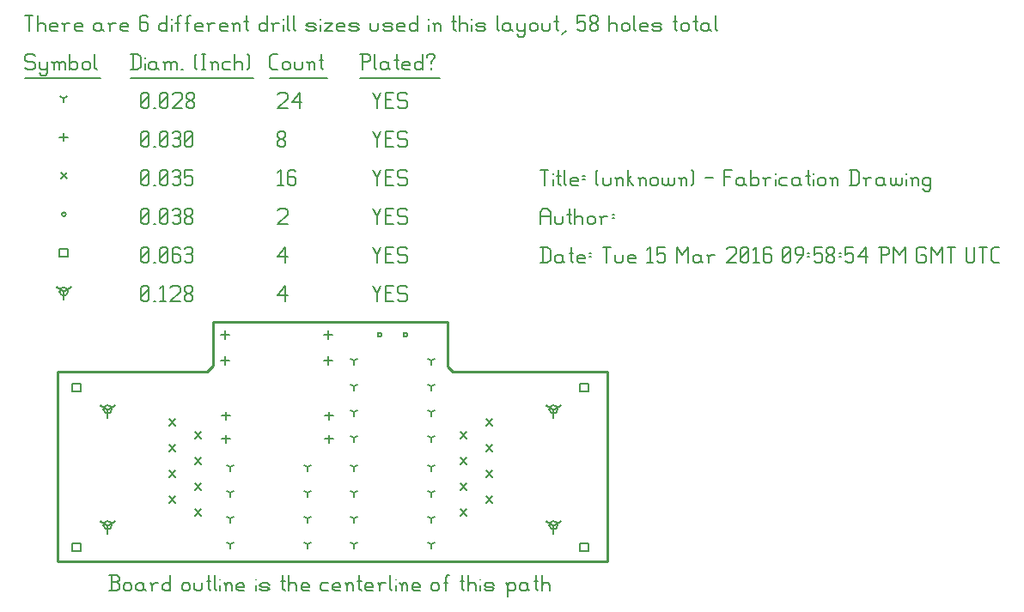
<source format=gbr>
G04 start of page 12 for group -3984 idx -3984 *
G04 Title: (unknown), fab *
G04 Creator: pcb 20140316 *
G04 CreationDate: Tue 15 Mar 2016 09:58:54 PM GMT UTC *
G04 For: commonadmin *
G04 Format: Gerber/RS-274X *
G04 PCB-Dimensions (mil): 2380.00 955.00 *
G04 PCB-Coordinate-Origin: lower left *
%MOIN*%
%FSLAX25Y25*%
%LNFAB*%
%ADD73C,0.0100*%
%ADD72C,0.0075*%
%ADD71C,0.0060*%
%ADD70C,0.0001*%
%ADD69R,0.0080X0.0080*%
G54D69*X31992Y60965D02*Y57765D01*
G54D70*G36*
X31446Y61111D02*X34912Y63111D01*
X35312Y62418D01*
X31846Y60418D01*
X31446Y61111D01*
G37*
G36*
X32139Y60418D02*X28672Y62418D01*
X29072Y63111D01*
X32538Y61111D01*
X32139Y60418D01*
G37*
G54D69*X30392Y60965D02*G75*G03X33592Y60965I1600J0D01*G01*
G75*G03X30392Y60965I-1600J0D01*G01*
X31992Y15965D02*Y12765D01*
G54D70*G36*
X31446Y16111D02*X34912Y18111D01*
X35312Y17418D01*
X31846Y15418D01*
X31446Y16111D01*
G37*
G36*
X32139Y15418D02*X28672Y17418D01*
X29072Y18111D01*
X32538Y16111D01*
X32139Y15418D01*
G37*
G54D69*X30392Y15965D02*G75*G03X33592Y15965I1600J0D01*G01*
G75*G03X30392Y15965I-1600J0D01*G01*
X204992Y60965D02*Y57765D01*
G54D70*G36*
X204446Y61111D02*X207912Y63111D01*
X208312Y62418D01*
X204846Y60418D01*
X204446Y61111D01*
G37*
G36*
X205139Y60418D02*X201672Y62418D01*
X202072Y63111D01*
X205538Y61111D01*
X205139Y60418D01*
G37*
G54D69*X203392Y60965D02*G75*G03X206592Y60965I1600J0D01*G01*
G75*G03X203392Y60965I-1600J0D01*G01*
X204992Y15965D02*Y12765D01*
G54D70*G36*
X204446Y16111D02*X207912Y18111D01*
X208312Y17418D01*
X204846Y15418D01*
X204446Y16111D01*
G37*
G36*
X205139Y15418D02*X201672Y17418D01*
X202072Y18111D01*
X205538Y16111D01*
X205139Y15418D01*
G37*
G54D69*X203392Y15965D02*G75*G03X206592Y15965I1600J0D01*G01*
G75*G03X203392Y15965I-1600J0D01*G01*
X15000Y106750D02*Y103550D01*
G54D70*G36*
X14454Y106897D02*X17920Y108896D01*
X18320Y108203D01*
X14853Y106204D01*
X14454Y106897D01*
G37*
G36*
X15147Y106204D02*X11680Y108203D01*
X12080Y108896D01*
X15546Y106897D01*
X15147Y106204D01*
G37*
G54D69*X13400Y106750D02*G75*G03X16600Y106750I1600J0D01*G01*
G75*G03X13400Y106750I-1600J0D01*G01*
G54D71*X135000Y109000D02*X136500Y106000D01*
X138000Y109000D01*
X136500Y106000D02*Y103000D01*
X139800Y106300D02*X142050D01*
X139800Y103000D02*X142800D01*
X139800Y109000D02*Y103000D01*
Y109000D02*X142800D01*
X147600D02*X148350Y108250D01*
X145350Y109000D02*X147600D01*
X144600Y108250D02*X145350Y109000D01*
X144600Y108250D02*Y106750D01*
X145350Y106000D01*
X147600D01*
X148350Y105250D01*
Y103750D01*
X147600Y103000D02*X148350Y103750D01*
X145350Y103000D02*X147600D01*
X144600Y103750D02*X145350Y103000D01*
X98000Y105250D02*X101000Y109000D01*
X98000Y105250D02*X101750D01*
X101000Y109000D02*Y103000D01*
X45000Y103750D02*X45750Y103000D01*
X45000Y108250D02*Y103750D01*
Y108250D02*X45750Y109000D01*
X47250D01*
X48000Y108250D01*
Y103750D01*
X47250Y103000D02*X48000Y103750D01*
X45750Y103000D02*X47250D01*
X45000Y104500D02*X48000Y107500D01*
X49800Y103000D02*X50550D01*
X52350Y107800D02*X53550Y109000D01*
Y103000D01*
X52350D02*X54600D01*
X56400Y108250D02*X57150Y109000D01*
X59400D01*
X60150Y108250D01*
Y106750D01*
X56400Y103000D02*X60150Y106750D01*
X56400Y103000D02*X60150D01*
X61950Y103750D02*X62700Y103000D01*
X61950Y104950D02*Y103750D01*
Y104950D02*X63000Y106000D01*
X63900D01*
X64950Y104950D01*
Y103750D01*
X64200Y103000D02*X64950Y103750D01*
X62700Y103000D02*X64200D01*
X61950Y107050D02*X63000Y106000D01*
X61950Y108250D02*Y107050D01*
Y108250D02*X62700Y109000D01*
X64200D01*
X64950Y108250D01*
Y107050D01*
X63900Y106000D02*X64950Y107050D01*
X18384Y71108D02*X21584D01*
X18384D02*Y67908D01*
X21584D01*
Y71108D02*Y67908D01*
X18384Y9100D02*X21584D01*
X18384D02*Y5900D01*
X21584D01*
Y9100D02*Y5900D01*
X215400Y71108D02*X218600D01*
X215400D02*Y67908D01*
X218600D01*
Y71108D02*Y67908D01*
X215400Y9100D02*X218600D01*
X215400D02*Y5900D01*
X218600D01*
Y9100D02*Y5900D01*
X13400Y123350D02*X16600D01*
X13400D02*Y120150D01*
X16600D01*
Y123350D02*Y120150D01*
X135000Y124000D02*X136500Y121000D01*
X138000Y124000D01*
X136500Y121000D02*Y118000D01*
X139800Y121300D02*X142050D01*
X139800Y118000D02*X142800D01*
X139800Y124000D02*Y118000D01*
Y124000D02*X142800D01*
X147600D02*X148350Y123250D01*
X145350Y124000D02*X147600D01*
X144600Y123250D02*X145350Y124000D01*
X144600Y123250D02*Y121750D01*
X145350Y121000D01*
X147600D01*
X148350Y120250D01*
Y118750D01*
X147600Y118000D02*X148350Y118750D01*
X145350Y118000D02*X147600D01*
X144600Y118750D02*X145350Y118000D01*
X98000Y120250D02*X101000Y124000D01*
X98000Y120250D02*X101750D01*
X101000Y124000D02*Y118000D01*
X45000Y118750D02*X45750Y118000D01*
X45000Y123250D02*Y118750D01*
Y123250D02*X45750Y124000D01*
X47250D01*
X48000Y123250D01*
Y118750D01*
X47250Y118000D02*X48000Y118750D01*
X45750Y118000D02*X47250D01*
X45000Y119500D02*X48000Y122500D01*
X49800Y118000D02*X50550D01*
X52350Y118750D02*X53100Y118000D01*
X52350Y123250D02*Y118750D01*
Y123250D02*X53100Y124000D01*
X54600D01*
X55350Y123250D01*
Y118750D01*
X54600Y118000D02*X55350Y118750D01*
X53100Y118000D02*X54600D01*
X52350Y119500D02*X55350Y122500D01*
X59400Y124000D02*X60150Y123250D01*
X57900Y124000D02*X59400D01*
X57150Y123250D02*X57900Y124000D01*
X57150Y123250D02*Y118750D01*
X57900Y118000D01*
X59400Y121300D02*X60150Y120550D01*
X57150Y121300D02*X59400D01*
X57900Y118000D02*X59400D01*
X60150Y118750D01*
Y120550D02*Y118750D01*
X61950Y123250D02*X62700Y124000D01*
X64200D01*
X64950Y123250D01*
X64200Y118000D02*X64950Y118750D01*
X62700Y118000D02*X64200D01*
X61950Y118750D02*X62700Y118000D01*
Y121300D02*X64200D01*
X64950Y123250D02*Y122050D01*
Y120550D02*Y118750D01*
Y120550D02*X64200Y121300D01*
X64950Y122050D02*X64200Y121300D01*
X146692Y89965D02*G75*G03X148292Y89965I800J0D01*G01*
G75*G03X146692Y89965I-800J0D01*G01*
X136692D02*G75*G03X138292Y89965I800J0D01*G01*
G75*G03X136692Y89965I-800J0D01*G01*
X14200Y136750D02*G75*G03X15800Y136750I800J0D01*G01*
G75*G03X14200Y136750I-800J0D01*G01*
X135000Y139000D02*X136500Y136000D01*
X138000Y139000D01*
X136500Y136000D02*Y133000D01*
X139800Y136300D02*X142050D01*
X139800Y133000D02*X142800D01*
X139800Y139000D02*Y133000D01*
Y139000D02*X142800D01*
X147600D02*X148350Y138250D01*
X145350Y139000D02*X147600D01*
X144600Y138250D02*X145350Y139000D01*
X144600Y138250D02*Y136750D01*
X145350Y136000D01*
X147600D01*
X148350Y135250D01*
Y133750D01*
X147600Y133000D02*X148350Y133750D01*
X145350Y133000D02*X147600D01*
X144600Y133750D02*X145350Y133000D01*
X98000Y138250D02*X98750Y139000D01*
X101000D01*
X101750Y138250D01*
Y136750D01*
X98000Y133000D02*X101750Y136750D01*
X98000Y133000D02*X101750D01*
X45000Y133750D02*X45750Y133000D01*
X45000Y138250D02*Y133750D01*
Y138250D02*X45750Y139000D01*
X47250D01*
X48000Y138250D01*
Y133750D01*
X47250Y133000D02*X48000Y133750D01*
X45750Y133000D02*X47250D01*
X45000Y134500D02*X48000Y137500D01*
X49800Y133000D02*X50550D01*
X52350Y133750D02*X53100Y133000D01*
X52350Y138250D02*Y133750D01*
Y138250D02*X53100Y139000D01*
X54600D01*
X55350Y138250D01*
Y133750D01*
X54600Y133000D02*X55350Y133750D01*
X53100Y133000D02*X54600D01*
X52350Y134500D02*X55350Y137500D01*
X57150Y138250D02*X57900Y139000D01*
X59400D01*
X60150Y138250D01*
X59400Y133000D02*X60150Y133750D01*
X57900Y133000D02*X59400D01*
X57150Y133750D02*X57900Y133000D01*
Y136300D02*X59400D01*
X60150Y138250D02*Y137050D01*
Y135550D02*Y133750D01*
Y135550D02*X59400Y136300D01*
X60150Y137050D02*X59400Y136300D01*
X61950Y133750D02*X62700Y133000D01*
X61950Y134950D02*Y133750D01*
Y134950D02*X63000Y136000D01*
X63900D01*
X64950Y134950D01*
Y133750D01*
X64200Y133000D02*X64950Y133750D01*
X62700Y133000D02*X64200D01*
X61950Y137050D02*X63000Y136000D01*
X61950Y138250D02*Y137050D01*
Y138250D02*X62700Y139000D01*
X64200D01*
X64950Y138250D01*
Y137050D01*
X63900Y136000D02*X64950Y137050D01*
X65792Y52165D02*X68192Y49765D01*
X65792D02*X68192Y52165D01*
X65792Y42165D02*X68192Y39765D01*
X65792D02*X68192Y42165D01*
X65792Y32165D02*X68192Y29765D01*
X65792D02*X68192Y32165D01*
X65792Y22165D02*X68192Y19765D01*
X65792D02*X68192Y22165D01*
X55792Y57165D02*X58192Y54765D01*
X55792D02*X58192Y57165D01*
X55792Y47165D02*X58192Y44765D01*
X55792D02*X58192Y47165D01*
X55792Y37165D02*X58192Y34765D01*
X55792D02*X58192Y37165D01*
X55792Y27165D02*X58192Y24765D01*
X55792D02*X58192Y27165D01*
X168792Y52165D02*X171192Y49765D01*
X168792D02*X171192Y52165D01*
X168792Y42165D02*X171192Y39765D01*
X168792D02*X171192Y42165D01*
X168792Y32165D02*X171192Y29765D01*
X168792D02*X171192Y32165D01*
X168792Y22165D02*X171192Y19765D01*
X168792D02*X171192Y22165D01*
X178792Y57165D02*X181192Y54765D01*
X178792D02*X181192Y57165D01*
X178792Y47165D02*X181192Y44765D01*
X178792D02*X181192Y47165D01*
X178792Y37165D02*X181192Y34765D01*
X178792D02*X181192Y37165D01*
X178792Y27165D02*X181192Y24765D01*
X178792D02*X181192Y27165D01*
X13800Y152950D02*X16200Y150550D01*
X13800D02*X16200Y152950D01*
X135000Y154000D02*X136500Y151000D01*
X138000Y154000D01*
X136500Y151000D02*Y148000D01*
X139800Y151300D02*X142050D01*
X139800Y148000D02*X142800D01*
X139800Y154000D02*Y148000D01*
Y154000D02*X142800D01*
X147600D02*X148350Y153250D01*
X145350Y154000D02*X147600D01*
X144600Y153250D02*X145350Y154000D01*
X144600Y153250D02*Y151750D01*
X145350Y151000D01*
X147600D01*
X148350Y150250D01*
Y148750D01*
X147600Y148000D02*X148350Y148750D01*
X145350Y148000D02*X147600D01*
X144600Y148750D02*X145350Y148000D01*
X98000Y152800D02*X99200Y154000D01*
Y148000D01*
X98000D02*X100250D01*
X104300Y154000D02*X105050Y153250D01*
X102800Y154000D02*X104300D01*
X102050Y153250D02*X102800Y154000D01*
X102050Y153250D02*Y148750D01*
X102800Y148000D01*
X104300Y151300D02*X105050Y150550D01*
X102050Y151300D02*X104300D01*
X102800Y148000D02*X104300D01*
X105050Y148750D01*
Y150550D02*Y148750D01*
X45000D02*X45750Y148000D01*
X45000Y153250D02*Y148750D01*
Y153250D02*X45750Y154000D01*
X47250D01*
X48000Y153250D01*
Y148750D01*
X47250Y148000D02*X48000Y148750D01*
X45750Y148000D02*X47250D01*
X45000Y149500D02*X48000Y152500D01*
X49800Y148000D02*X50550D01*
X52350Y148750D02*X53100Y148000D01*
X52350Y153250D02*Y148750D01*
Y153250D02*X53100Y154000D01*
X54600D01*
X55350Y153250D01*
Y148750D01*
X54600Y148000D02*X55350Y148750D01*
X53100Y148000D02*X54600D01*
X52350Y149500D02*X55350Y152500D01*
X57150Y153250D02*X57900Y154000D01*
X59400D01*
X60150Y153250D01*
X59400Y148000D02*X60150Y148750D01*
X57900Y148000D02*X59400D01*
X57150Y148750D02*X57900Y148000D01*
Y151300D02*X59400D01*
X60150Y153250D02*Y152050D01*
Y150550D02*Y148750D01*
Y150550D02*X59400Y151300D01*
X60150Y152050D02*X59400Y151300D01*
X61950Y154000D02*X64950D01*
X61950D02*Y151000D01*
X62700Y151750D01*
X64200D01*
X64950Y151000D01*
Y148750D01*
X64200Y148000D02*X64950Y148750D01*
X62700Y148000D02*X64200D01*
X61950Y148750D02*X62700Y148000D01*
X77992Y51065D02*Y47865D01*
X76392Y49465D02*X79592D01*
X117992Y51065D02*Y47865D01*
X116392Y49465D02*X119592D01*
X117492Y81565D02*Y78365D01*
X115892Y79965D02*X119092D01*
X77492Y81565D02*Y78365D01*
X75892Y79965D02*X79092D01*
X117492Y91565D02*Y88365D01*
X115892Y89965D02*X119092D01*
X77492Y91565D02*Y88365D01*
X75892Y89965D02*X79092D01*
X77992Y60065D02*Y56865D01*
X76392Y58465D02*X79592D01*
X117992Y60065D02*Y56865D01*
X116392Y58465D02*X119592D01*
X15000Y168350D02*Y165150D01*
X13400Y166750D02*X16600D01*
X135000Y169000D02*X136500Y166000D01*
X138000Y169000D01*
X136500Y166000D02*Y163000D01*
X139800Y166300D02*X142050D01*
X139800Y163000D02*X142800D01*
X139800Y169000D02*Y163000D01*
Y169000D02*X142800D01*
X147600D02*X148350Y168250D01*
X145350Y169000D02*X147600D01*
X144600Y168250D02*X145350Y169000D01*
X144600Y168250D02*Y166750D01*
X145350Y166000D01*
X147600D01*
X148350Y165250D01*
Y163750D01*
X147600Y163000D02*X148350Y163750D01*
X145350Y163000D02*X147600D01*
X144600Y163750D02*X145350Y163000D01*
X98000Y163750D02*X98750Y163000D01*
X98000Y164950D02*Y163750D01*
Y164950D02*X99050Y166000D01*
X99950D01*
X101000Y164950D01*
Y163750D01*
X100250Y163000D02*X101000Y163750D01*
X98750Y163000D02*X100250D01*
X98000Y167050D02*X99050Y166000D01*
X98000Y168250D02*Y167050D01*
Y168250D02*X98750Y169000D01*
X100250D01*
X101000Y168250D01*
Y167050D01*
X99950Y166000D02*X101000Y167050D01*
X45000Y163750D02*X45750Y163000D01*
X45000Y168250D02*Y163750D01*
Y168250D02*X45750Y169000D01*
X47250D01*
X48000Y168250D01*
Y163750D01*
X47250Y163000D02*X48000Y163750D01*
X45750Y163000D02*X47250D01*
X45000Y164500D02*X48000Y167500D01*
X49800Y163000D02*X50550D01*
X52350Y163750D02*X53100Y163000D01*
X52350Y168250D02*Y163750D01*
Y168250D02*X53100Y169000D01*
X54600D01*
X55350Y168250D01*
Y163750D01*
X54600Y163000D02*X55350Y163750D01*
X53100Y163000D02*X54600D01*
X52350Y164500D02*X55350Y167500D01*
X57150Y168250D02*X57900Y169000D01*
X59400D01*
X60150Y168250D01*
X59400Y163000D02*X60150Y163750D01*
X57900Y163000D02*X59400D01*
X57150Y163750D02*X57900Y163000D01*
Y166300D02*X59400D01*
X60150Y168250D02*Y167050D01*
Y165550D02*Y163750D01*
Y165550D02*X59400Y166300D01*
X60150Y167050D02*X59400Y166300D01*
X61950Y163750D02*X62700Y163000D01*
X61950Y168250D02*Y163750D01*
Y168250D02*X62700Y169000D01*
X64200D01*
X64950Y168250D01*
Y163750D01*
X64200Y163000D02*X64950Y163750D01*
X62700Y163000D02*X64200D01*
X61950Y164500D02*X64950Y167500D01*
X127492Y38465D02*Y36865D01*
Y38465D02*X128879Y39265D01*
X127492Y38465D02*X126105Y39265D01*
X127492Y28465D02*Y26865D01*
Y28465D02*X128879Y29265D01*
X127492Y28465D02*X126105Y29265D01*
X127492Y18465D02*Y16865D01*
Y18465D02*X128879Y19265D01*
X127492Y18465D02*X126105Y19265D01*
X127492Y8465D02*Y6865D01*
Y8465D02*X128879Y9265D01*
X127492Y8465D02*X126105Y9265D01*
X157492Y8465D02*Y6865D01*
Y8465D02*X158879Y9265D01*
X157492Y8465D02*X156105Y9265D01*
X157492Y18465D02*Y16865D01*
Y18465D02*X158879Y19265D01*
X157492Y18465D02*X156105Y19265D01*
X157492Y28465D02*Y26865D01*
Y28465D02*X158879Y29265D01*
X157492Y28465D02*X156105Y29265D01*
X157492Y38465D02*Y36865D01*
Y38465D02*X158879Y39265D01*
X157492Y38465D02*X156105Y39265D01*
X127492Y79965D02*Y78365D01*
Y79965D02*X128879Y80765D01*
X127492Y79965D02*X126105Y80765D01*
X127492Y69965D02*Y68365D01*
Y69965D02*X128879Y70765D01*
X127492Y69965D02*X126105Y70765D01*
X127492Y59965D02*Y58365D01*
Y59965D02*X128879Y60765D01*
X127492Y59965D02*X126105Y60765D01*
X127492Y49965D02*Y48365D01*
Y49965D02*X128879Y50765D01*
X127492Y49965D02*X126105Y50765D01*
X157492Y49965D02*Y48365D01*
Y49965D02*X158879Y50765D01*
X157492Y49965D02*X156105Y50765D01*
X157492Y59965D02*Y58365D01*
Y59965D02*X158879Y60765D01*
X157492Y59965D02*X156105Y60765D01*
X157492Y69965D02*Y68365D01*
Y69965D02*X158879Y70765D01*
X157492Y69965D02*X156105Y70765D01*
X157492Y79965D02*Y78365D01*
Y79965D02*X158879Y80765D01*
X157492Y79965D02*X156105Y80765D01*
X79492Y38465D02*Y36865D01*
Y38465D02*X80879Y39265D01*
X79492Y38465D02*X78105Y39265D01*
X79492Y28465D02*Y26865D01*
Y28465D02*X80879Y29265D01*
X79492Y28465D02*X78105Y29265D01*
X79492Y18465D02*Y16865D01*
Y18465D02*X80879Y19265D01*
X79492Y18465D02*X78105Y19265D01*
X79492Y8465D02*Y6865D01*
Y8465D02*X80879Y9265D01*
X79492Y8465D02*X78105Y9265D01*
X109492Y8465D02*Y6865D01*
Y8465D02*X110879Y9265D01*
X109492Y8465D02*X108105Y9265D01*
X109492Y18465D02*Y16865D01*
Y18465D02*X110879Y19265D01*
X109492Y18465D02*X108105Y19265D01*
X109492Y28465D02*Y26865D01*
Y28465D02*X110879Y29265D01*
X109492Y28465D02*X108105Y29265D01*
X109492Y38465D02*Y36865D01*
Y38465D02*X110879Y39265D01*
X109492Y38465D02*X108105Y39265D01*
X15000Y181750D02*Y180150D01*
Y181750D02*X16387Y182550D01*
X15000Y181750D02*X13613Y182550D01*
X135000Y184000D02*X136500Y181000D01*
X138000Y184000D01*
X136500Y181000D02*Y178000D01*
X139800Y181300D02*X142050D01*
X139800Y178000D02*X142800D01*
X139800Y184000D02*Y178000D01*
Y184000D02*X142800D01*
X147600D02*X148350Y183250D01*
X145350Y184000D02*X147600D01*
X144600Y183250D02*X145350Y184000D01*
X144600Y183250D02*Y181750D01*
X145350Y181000D01*
X147600D01*
X148350Y180250D01*
Y178750D01*
X147600Y178000D02*X148350Y178750D01*
X145350Y178000D02*X147600D01*
X144600Y178750D02*X145350Y178000D01*
X98000Y183250D02*X98750Y184000D01*
X101000D01*
X101750Y183250D01*
Y181750D01*
X98000Y178000D02*X101750Y181750D01*
X98000Y178000D02*X101750D01*
X103550Y180250D02*X106550Y184000D01*
X103550Y180250D02*X107300D01*
X106550Y184000D02*Y178000D01*
X45000Y178750D02*X45750Y178000D01*
X45000Y183250D02*Y178750D01*
Y183250D02*X45750Y184000D01*
X47250D01*
X48000Y183250D01*
Y178750D01*
X47250Y178000D02*X48000Y178750D01*
X45750Y178000D02*X47250D01*
X45000Y179500D02*X48000Y182500D01*
X49800Y178000D02*X50550D01*
X52350Y178750D02*X53100Y178000D01*
X52350Y183250D02*Y178750D01*
Y183250D02*X53100Y184000D01*
X54600D01*
X55350Y183250D01*
Y178750D01*
X54600Y178000D02*X55350Y178750D01*
X53100Y178000D02*X54600D01*
X52350Y179500D02*X55350Y182500D01*
X57150Y183250D02*X57900Y184000D01*
X60150D01*
X60900Y183250D01*
Y181750D01*
X57150Y178000D02*X60900Y181750D01*
X57150Y178000D02*X60900D01*
X62700Y178750D02*X63450Y178000D01*
X62700Y179950D02*Y178750D01*
Y179950D02*X63750Y181000D01*
X64650D01*
X65700Y179950D01*
Y178750D01*
X64950Y178000D02*X65700Y178750D01*
X63450Y178000D02*X64950D01*
X62700Y182050D02*X63750Y181000D01*
X62700Y183250D02*Y182050D01*
Y183250D02*X63450Y184000D01*
X64950D01*
X65700Y183250D01*
Y182050D01*
X64650Y181000D02*X65700Y182050D01*
X3000Y199000D02*X3750Y198250D01*
X750Y199000D02*X3000D01*
X0Y198250D02*X750Y199000D01*
X0Y198250D02*Y196750D01*
X750Y196000D01*
X3000D01*
X3750Y195250D01*
Y193750D01*
X3000Y193000D02*X3750Y193750D01*
X750Y193000D02*X3000D01*
X0Y193750D02*X750Y193000D01*
X5550Y196000D02*Y193750D01*
X6300Y193000D01*
X8550Y196000D02*Y191500D01*
X7800Y190750D02*X8550Y191500D01*
X6300Y190750D02*X7800D01*
X5550Y191500D02*X6300Y190750D01*
Y193000D02*X7800D01*
X8550Y193750D01*
X11100Y195250D02*Y193000D01*
Y195250D02*X11850Y196000D01*
X12600D01*
X13350Y195250D01*
Y193000D01*
Y195250D02*X14100Y196000D01*
X14850D01*
X15600Y195250D01*
Y193000D01*
X10350Y196000D02*X11100Y195250D01*
X17400Y199000D02*Y193000D01*
Y193750D02*X18150Y193000D01*
X19650D01*
X20400Y193750D01*
Y195250D02*Y193750D01*
X19650Y196000D02*X20400Y195250D01*
X18150Y196000D02*X19650D01*
X17400Y195250D02*X18150Y196000D01*
X22200Y195250D02*Y193750D01*
Y195250D02*X22950Y196000D01*
X24450D01*
X25200Y195250D01*
Y193750D01*
X24450Y193000D02*X25200Y193750D01*
X22950Y193000D02*X24450D01*
X22200Y193750D02*X22950Y193000D01*
X27000Y199000D02*Y193750D01*
X27750Y193000D01*
X0Y189750D02*X29250D01*
X41750Y199000D02*Y193000D01*
X43700Y199000D02*X44750Y197950D01*
Y194050D01*
X43700Y193000D02*X44750Y194050D01*
X41000Y193000D02*X43700D01*
X41000Y199000D02*X43700D01*
G54D72*X46550Y197500D02*Y197350D01*
G54D71*Y195250D02*Y193000D01*
X50300Y196000D02*X51050Y195250D01*
X48800Y196000D02*X50300D01*
X48050Y195250D02*X48800Y196000D01*
X48050Y195250D02*Y193750D01*
X48800Y193000D01*
X51050Y196000D02*Y193750D01*
X51800Y193000D01*
X48800D02*X50300D01*
X51050Y193750D01*
X54350Y195250D02*Y193000D01*
Y195250D02*X55100Y196000D01*
X55850D01*
X56600Y195250D01*
Y193000D01*
Y195250D02*X57350Y196000D01*
X58100D01*
X58850Y195250D01*
Y193000D01*
X53600Y196000D02*X54350Y195250D01*
X60650Y193000D02*X61400D01*
X65900Y193750D02*X66650Y193000D01*
X65900Y198250D02*X66650Y199000D01*
X65900Y198250D02*Y193750D01*
X68450Y199000D02*X69950D01*
X69200D02*Y193000D01*
X68450D02*X69950D01*
X72500Y195250D02*Y193000D01*
Y195250D02*X73250Y196000D01*
X74000D01*
X74750Y195250D01*
Y193000D01*
X71750Y196000D02*X72500Y195250D01*
X77300Y196000D02*X79550D01*
X76550Y195250D02*X77300Y196000D01*
X76550Y195250D02*Y193750D01*
X77300Y193000D01*
X79550D01*
X81350Y199000D02*Y193000D01*
Y195250D02*X82100Y196000D01*
X83600D01*
X84350Y195250D01*
Y193000D01*
X86150Y199000D02*X86900Y198250D01*
Y193750D01*
X86150Y193000D02*X86900Y193750D01*
X41000Y189750D02*X88700D01*
X96050Y193000D02*X98000D01*
X95000Y194050D02*X96050Y193000D01*
X95000Y197950D02*Y194050D01*
Y197950D02*X96050Y199000D01*
X98000D01*
X99800Y195250D02*Y193750D01*
Y195250D02*X100550Y196000D01*
X102050D01*
X102800Y195250D01*
Y193750D01*
X102050Y193000D02*X102800Y193750D01*
X100550Y193000D02*X102050D01*
X99800Y193750D02*X100550Y193000D01*
X104600Y196000D02*Y193750D01*
X105350Y193000D01*
X106850D01*
X107600Y193750D01*
Y196000D02*Y193750D01*
X110150Y195250D02*Y193000D01*
Y195250D02*X110900Y196000D01*
X111650D01*
X112400Y195250D01*
Y193000D01*
X109400Y196000D02*X110150Y195250D01*
X114950Y199000D02*Y193750D01*
X115700Y193000D01*
X114200Y196750D02*X115700D01*
X95000Y189750D02*X117200D01*
X130750Y199000D02*Y193000D01*
X130000Y199000D02*X133000D01*
X133750Y198250D01*
Y196750D01*
X133000Y196000D02*X133750Y196750D01*
X130750Y196000D02*X133000D01*
X135550Y199000D02*Y193750D01*
X136300Y193000D01*
X140050Y196000D02*X140800Y195250D01*
X138550Y196000D02*X140050D01*
X137800Y195250D02*X138550Y196000D01*
X137800Y195250D02*Y193750D01*
X138550Y193000D01*
X140800Y196000D02*Y193750D01*
X141550Y193000D01*
X138550D02*X140050D01*
X140800Y193750D01*
X144100Y199000D02*Y193750D01*
X144850Y193000D01*
X143350Y196750D02*X144850D01*
X147100Y193000D02*X149350D01*
X146350Y193750D02*X147100Y193000D01*
X146350Y195250D02*Y193750D01*
Y195250D02*X147100Y196000D01*
X148600D01*
X149350Y195250D01*
X146350Y194500D02*X149350D01*
Y195250D02*Y194500D01*
X154150Y199000D02*Y193000D01*
X153400D02*X154150Y193750D01*
X151900Y193000D02*X153400D01*
X151150Y193750D02*X151900Y193000D01*
X151150Y195250D02*Y193750D01*
Y195250D02*X151900Y196000D01*
X153400D01*
X154150Y195250D01*
X157450Y196000D02*Y195250D01*
Y193750D02*Y193000D01*
X155950Y198250D02*Y197500D01*
Y198250D02*X156700Y199000D01*
X158200D01*
X158950Y198250D01*
Y197500D01*
X157450Y196000D02*X158950Y197500D01*
X130000Y189750D02*X160750D01*
X0Y214000D02*X3000D01*
X1500D02*Y208000D01*
X4800Y214000D02*Y208000D01*
Y210250D02*X5550Y211000D01*
X7050D01*
X7800Y210250D01*
Y208000D01*
X10350D02*X12600D01*
X9600Y208750D02*X10350Y208000D01*
X9600Y210250D02*Y208750D01*
Y210250D02*X10350Y211000D01*
X11850D01*
X12600Y210250D01*
X9600Y209500D02*X12600D01*
Y210250D02*Y209500D01*
X15150Y210250D02*Y208000D01*
Y210250D02*X15900Y211000D01*
X17400D01*
X14400D02*X15150Y210250D01*
X19950Y208000D02*X22200D01*
X19200Y208750D02*X19950Y208000D01*
X19200Y210250D02*Y208750D01*
Y210250D02*X19950Y211000D01*
X21450D01*
X22200Y210250D01*
X19200Y209500D02*X22200D01*
Y210250D02*Y209500D01*
X28950Y211000D02*X29700Y210250D01*
X27450Y211000D02*X28950D01*
X26700Y210250D02*X27450Y211000D01*
X26700Y210250D02*Y208750D01*
X27450Y208000D01*
X29700Y211000D02*Y208750D01*
X30450Y208000D01*
X27450D02*X28950D01*
X29700Y208750D01*
X33000Y210250D02*Y208000D01*
Y210250D02*X33750Y211000D01*
X35250D01*
X32250D02*X33000Y210250D01*
X37800Y208000D02*X40050D01*
X37050Y208750D02*X37800Y208000D01*
X37050Y210250D02*Y208750D01*
Y210250D02*X37800Y211000D01*
X39300D01*
X40050Y210250D01*
X37050Y209500D02*X40050D01*
Y210250D02*Y209500D01*
X46800Y214000D02*X47550Y213250D01*
X45300Y214000D02*X46800D01*
X44550Y213250D02*X45300Y214000D01*
X44550Y213250D02*Y208750D01*
X45300Y208000D01*
X46800Y211300D02*X47550Y210550D01*
X44550Y211300D02*X46800D01*
X45300Y208000D02*X46800D01*
X47550Y208750D01*
Y210550D02*Y208750D01*
X55050Y214000D02*Y208000D01*
X54300D02*X55050Y208750D01*
X52800Y208000D02*X54300D01*
X52050Y208750D02*X52800Y208000D01*
X52050Y210250D02*Y208750D01*
Y210250D02*X52800Y211000D01*
X54300D01*
X55050Y210250D01*
G54D72*X56850Y212500D02*Y212350D01*
G54D71*Y210250D02*Y208000D01*
X59100Y213250D02*Y208000D01*
Y213250D02*X59850Y214000D01*
X60600D01*
X58350Y211000D02*X59850D01*
X62850Y213250D02*Y208000D01*
Y213250D02*X63600Y214000D01*
X64350D01*
X62100Y211000D02*X63600D01*
X66600Y208000D02*X68850D01*
X65850Y208750D02*X66600Y208000D01*
X65850Y210250D02*Y208750D01*
Y210250D02*X66600Y211000D01*
X68100D01*
X68850Y210250D01*
X65850Y209500D02*X68850D01*
Y210250D02*Y209500D01*
X71400Y210250D02*Y208000D01*
Y210250D02*X72150Y211000D01*
X73650D01*
X70650D02*X71400Y210250D01*
X76200Y208000D02*X78450D01*
X75450Y208750D02*X76200Y208000D01*
X75450Y210250D02*Y208750D01*
Y210250D02*X76200Y211000D01*
X77700D01*
X78450Y210250D01*
X75450Y209500D02*X78450D01*
Y210250D02*Y209500D01*
X81000Y210250D02*Y208000D01*
Y210250D02*X81750Y211000D01*
X82500D01*
X83250Y210250D01*
Y208000D01*
X80250Y211000D02*X81000Y210250D01*
X85800Y214000D02*Y208750D01*
X86550Y208000D01*
X85050Y211750D02*X86550D01*
X93750Y214000D02*Y208000D01*
X93000D02*X93750Y208750D01*
X91500Y208000D02*X93000D01*
X90750Y208750D02*X91500Y208000D01*
X90750Y210250D02*Y208750D01*
Y210250D02*X91500Y211000D01*
X93000D01*
X93750Y210250D01*
X96300D02*Y208000D01*
Y210250D02*X97050Y211000D01*
X98550D01*
X95550D02*X96300Y210250D01*
G54D72*X100350Y212500D02*Y212350D01*
G54D71*Y210250D02*Y208000D01*
X101850Y214000D02*Y208750D01*
X102600Y208000D01*
X104100Y214000D02*Y208750D01*
X104850Y208000D01*
X109800D02*X112050D01*
X112800Y208750D01*
X112050Y209500D02*X112800Y208750D01*
X109800Y209500D02*X112050D01*
X109050Y210250D02*X109800Y209500D01*
X109050Y210250D02*X109800Y211000D01*
X112050D01*
X112800Y210250D01*
X109050Y208750D02*X109800Y208000D01*
G54D72*X114600Y212500D02*Y212350D01*
G54D71*Y210250D02*Y208000D01*
X116100Y211000D02*X119100D01*
X116100Y208000D02*X119100Y211000D01*
X116100Y208000D02*X119100D01*
X121650D02*X123900D01*
X120900Y208750D02*X121650Y208000D01*
X120900Y210250D02*Y208750D01*
Y210250D02*X121650Y211000D01*
X123150D01*
X123900Y210250D01*
X120900Y209500D02*X123900D01*
Y210250D02*Y209500D01*
X126450Y208000D02*X128700D01*
X129450Y208750D01*
X128700Y209500D02*X129450Y208750D01*
X126450Y209500D02*X128700D01*
X125700Y210250D02*X126450Y209500D01*
X125700Y210250D02*X126450Y211000D01*
X128700D01*
X129450Y210250D01*
X125700Y208750D02*X126450Y208000D01*
X133950Y211000D02*Y208750D01*
X134700Y208000D01*
X136200D01*
X136950Y208750D01*
Y211000D02*Y208750D01*
X139500Y208000D02*X141750D01*
X142500Y208750D01*
X141750Y209500D02*X142500Y208750D01*
X139500Y209500D02*X141750D01*
X138750Y210250D02*X139500Y209500D01*
X138750Y210250D02*X139500Y211000D01*
X141750D01*
X142500Y210250D01*
X138750Y208750D02*X139500Y208000D01*
X145050D02*X147300D01*
X144300Y208750D02*X145050Y208000D01*
X144300Y210250D02*Y208750D01*
Y210250D02*X145050Y211000D01*
X146550D01*
X147300Y210250D01*
X144300Y209500D02*X147300D01*
Y210250D02*Y209500D01*
X152100Y214000D02*Y208000D01*
X151350D02*X152100Y208750D01*
X149850Y208000D02*X151350D01*
X149100Y208750D02*X149850Y208000D01*
X149100Y210250D02*Y208750D01*
Y210250D02*X149850Y211000D01*
X151350D01*
X152100Y210250D01*
G54D72*X156600Y212500D02*Y212350D01*
G54D71*Y210250D02*Y208000D01*
X158850Y210250D02*Y208000D01*
Y210250D02*X159600Y211000D01*
X160350D01*
X161100Y210250D01*
Y208000D01*
X158100Y211000D02*X158850Y210250D01*
X166350Y214000D02*Y208750D01*
X167100Y208000D01*
X165600Y211750D02*X167100D01*
X168600Y214000D02*Y208000D01*
Y210250D02*X169350Y211000D01*
X170850D01*
X171600Y210250D01*
Y208000D01*
G54D72*X173400Y212500D02*Y212350D01*
G54D71*Y210250D02*Y208000D01*
X175650D02*X177900D01*
X178650Y208750D01*
X177900Y209500D02*X178650Y208750D01*
X175650Y209500D02*X177900D01*
X174900Y210250D02*X175650Y209500D01*
X174900Y210250D02*X175650Y211000D01*
X177900D01*
X178650Y210250D01*
X174900Y208750D02*X175650Y208000D01*
X183150Y214000D02*Y208750D01*
X183900Y208000D01*
X187650Y211000D02*X188400Y210250D01*
X186150Y211000D02*X187650D01*
X185400Y210250D02*X186150Y211000D01*
X185400Y210250D02*Y208750D01*
X186150Y208000D01*
X188400Y211000D02*Y208750D01*
X189150Y208000D01*
X186150D02*X187650D01*
X188400Y208750D01*
X190950Y211000D02*Y208750D01*
X191700Y208000D01*
X193950Y211000D02*Y206500D01*
X193200Y205750D02*X193950Y206500D01*
X191700Y205750D02*X193200D01*
X190950Y206500D02*X191700Y205750D01*
Y208000D02*X193200D01*
X193950Y208750D01*
X195750Y210250D02*Y208750D01*
Y210250D02*X196500Y211000D01*
X198000D01*
X198750Y210250D01*
Y208750D01*
X198000Y208000D02*X198750Y208750D01*
X196500Y208000D02*X198000D01*
X195750Y208750D02*X196500Y208000D01*
X200550Y211000D02*Y208750D01*
X201300Y208000D01*
X202800D01*
X203550Y208750D01*
Y211000D02*Y208750D01*
X206100Y214000D02*Y208750D01*
X206850Y208000D01*
X205350Y211750D02*X206850D01*
X208350Y206500D02*X209850Y208000D01*
X214350Y214000D02*X217350D01*
X214350D02*Y211000D01*
X215100Y211750D01*
X216600D01*
X217350Y211000D01*
Y208750D01*
X216600Y208000D02*X217350Y208750D01*
X215100Y208000D02*X216600D01*
X214350Y208750D02*X215100Y208000D01*
X219150Y208750D02*X219900Y208000D01*
X219150Y209950D02*Y208750D01*
Y209950D02*X220200Y211000D01*
X221100D01*
X222150Y209950D01*
Y208750D01*
X221400Y208000D02*X222150Y208750D01*
X219900Y208000D02*X221400D01*
X219150Y212050D02*X220200Y211000D01*
X219150Y213250D02*Y212050D01*
Y213250D02*X219900Y214000D01*
X221400D01*
X222150Y213250D01*
Y212050D01*
X221100Y211000D02*X222150Y212050D01*
X226650Y214000D02*Y208000D01*
Y210250D02*X227400Y211000D01*
X228900D01*
X229650Y210250D01*
Y208000D01*
X231450Y210250D02*Y208750D01*
Y210250D02*X232200Y211000D01*
X233700D01*
X234450Y210250D01*
Y208750D01*
X233700Y208000D02*X234450Y208750D01*
X232200Y208000D02*X233700D01*
X231450Y208750D02*X232200Y208000D01*
X236250Y214000D02*Y208750D01*
X237000Y208000D01*
X239250D02*X241500D01*
X238500Y208750D02*X239250Y208000D01*
X238500Y210250D02*Y208750D01*
Y210250D02*X239250Y211000D01*
X240750D01*
X241500Y210250D01*
X238500Y209500D02*X241500D01*
Y210250D02*Y209500D01*
X244050Y208000D02*X246300D01*
X247050Y208750D01*
X246300Y209500D02*X247050Y208750D01*
X244050Y209500D02*X246300D01*
X243300Y210250D02*X244050Y209500D01*
X243300Y210250D02*X244050Y211000D01*
X246300D01*
X247050Y210250D01*
X243300Y208750D02*X244050Y208000D01*
X252300Y214000D02*Y208750D01*
X253050Y208000D01*
X251550Y211750D02*X253050D01*
X254550Y210250D02*Y208750D01*
Y210250D02*X255300Y211000D01*
X256800D01*
X257550Y210250D01*
Y208750D01*
X256800Y208000D02*X257550Y208750D01*
X255300Y208000D02*X256800D01*
X254550Y208750D02*X255300Y208000D01*
X260100Y214000D02*Y208750D01*
X260850Y208000D01*
X259350Y211750D02*X260850D01*
X264600Y211000D02*X265350Y210250D01*
X263100Y211000D02*X264600D01*
X262350Y210250D02*X263100Y211000D01*
X262350Y210250D02*Y208750D01*
X263100Y208000D01*
X265350Y211000D02*Y208750D01*
X266100Y208000D01*
X263100D02*X264600D01*
X265350Y208750D01*
X267900Y214000D02*Y208750D01*
X268650Y208000D01*
G54D73*X12492Y1965D02*X225992D01*
Y75465D01*
X165992D02*X163992Y77465D01*
Y94965D01*
X72992D01*
Y77965D01*
X70492Y75465D01*
X12492D01*
Y1965D01*
X225992Y75465D02*X165992D01*
G54D71*X32675Y-9500D02*X35675D01*
X36425Y-8750D01*
Y-6950D02*Y-8750D01*
X35675Y-6200D02*X36425Y-6950D01*
X33425Y-6200D02*X35675D01*
X33425Y-3500D02*Y-9500D01*
X32675Y-3500D02*X35675D01*
X36425Y-4250D01*
Y-5450D01*
X35675Y-6200D02*X36425Y-5450D01*
X38225Y-7250D02*Y-8750D01*
Y-7250D02*X38975Y-6500D01*
X40475D01*
X41225Y-7250D01*
Y-8750D01*
X40475Y-9500D02*X41225Y-8750D01*
X38975Y-9500D02*X40475D01*
X38225Y-8750D02*X38975Y-9500D01*
X45275Y-6500D02*X46025Y-7250D01*
X43775Y-6500D02*X45275D01*
X43025Y-7250D02*X43775Y-6500D01*
X43025Y-7250D02*Y-8750D01*
X43775Y-9500D01*
X46025Y-6500D02*Y-8750D01*
X46775Y-9500D01*
X43775D02*X45275D01*
X46025Y-8750D01*
X49325Y-7250D02*Y-9500D01*
Y-7250D02*X50075Y-6500D01*
X51575D01*
X48575D02*X49325Y-7250D01*
X56375Y-3500D02*Y-9500D01*
X55625D02*X56375Y-8750D01*
X54125Y-9500D02*X55625D01*
X53375Y-8750D02*X54125Y-9500D01*
X53375Y-7250D02*Y-8750D01*
Y-7250D02*X54125Y-6500D01*
X55625D01*
X56375Y-7250D01*
X60875D02*Y-8750D01*
Y-7250D02*X61625Y-6500D01*
X63125D01*
X63875Y-7250D01*
Y-8750D01*
X63125Y-9500D02*X63875Y-8750D01*
X61625Y-9500D02*X63125D01*
X60875Y-8750D02*X61625Y-9500D01*
X65675Y-6500D02*Y-8750D01*
X66425Y-9500D01*
X67925D01*
X68675Y-8750D01*
Y-6500D02*Y-8750D01*
X71225Y-3500D02*Y-8750D01*
X71975Y-9500D01*
X70475Y-5750D02*X71975D01*
X73475Y-3500D02*Y-8750D01*
X74225Y-9500D01*
G54D72*X75725Y-5000D02*Y-5150D01*
G54D71*Y-7250D02*Y-9500D01*
X77975Y-7250D02*Y-9500D01*
Y-7250D02*X78725Y-6500D01*
X79475D01*
X80225Y-7250D01*
Y-9500D01*
X77225Y-6500D02*X77975Y-7250D01*
X82775Y-9500D02*X85025D01*
X82025Y-8750D02*X82775Y-9500D01*
X82025Y-7250D02*Y-8750D01*
Y-7250D02*X82775Y-6500D01*
X84275D01*
X85025Y-7250D01*
X82025Y-8000D02*X85025D01*
Y-7250D02*Y-8000D01*
G54D72*X89525Y-5000D02*Y-5150D01*
G54D71*Y-7250D02*Y-9500D01*
X91775D02*X94025D01*
X94775Y-8750D01*
X94025Y-8000D02*X94775Y-8750D01*
X91775Y-8000D02*X94025D01*
X91025Y-7250D02*X91775Y-8000D01*
X91025Y-7250D02*X91775Y-6500D01*
X94025D01*
X94775Y-7250D01*
X91025Y-8750D02*X91775Y-9500D01*
X100025Y-3500D02*Y-8750D01*
X100775Y-9500D01*
X99275Y-5750D02*X100775D01*
X102275Y-3500D02*Y-9500D01*
Y-7250D02*X103025Y-6500D01*
X104525D01*
X105275Y-7250D01*
Y-9500D01*
X107825D02*X110075D01*
X107075Y-8750D02*X107825Y-9500D01*
X107075Y-7250D02*Y-8750D01*
Y-7250D02*X107825Y-6500D01*
X109325D01*
X110075Y-7250D01*
X107075Y-8000D02*X110075D01*
Y-7250D02*Y-8000D01*
X115325Y-6500D02*X117575D01*
X114575Y-7250D02*X115325Y-6500D01*
X114575Y-7250D02*Y-8750D01*
X115325Y-9500D01*
X117575D01*
X120125D02*X122375D01*
X119375Y-8750D02*X120125Y-9500D01*
X119375Y-7250D02*Y-8750D01*
Y-7250D02*X120125Y-6500D01*
X121625D01*
X122375Y-7250D01*
X119375Y-8000D02*X122375D01*
Y-7250D02*Y-8000D01*
X124925Y-7250D02*Y-9500D01*
Y-7250D02*X125675Y-6500D01*
X126425D01*
X127175Y-7250D01*
Y-9500D01*
X124175Y-6500D02*X124925Y-7250D01*
X129725Y-3500D02*Y-8750D01*
X130475Y-9500D01*
X128975Y-5750D02*X130475D01*
X132725Y-9500D02*X134975D01*
X131975Y-8750D02*X132725Y-9500D01*
X131975Y-7250D02*Y-8750D01*
Y-7250D02*X132725Y-6500D01*
X134225D01*
X134975Y-7250D01*
X131975Y-8000D02*X134975D01*
Y-7250D02*Y-8000D01*
X137525Y-7250D02*Y-9500D01*
Y-7250D02*X138275Y-6500D01*
X139775D01*
X136775D02*X137525Y-7250D01*
X141575Y-3500D02*Y-8750D01*
X142325Y-9500D01*
G54D72*X143825Y-5000D02*Y-5150D01*
G54D71*Y-7250D02*Y-9500D01*
X146075Y-7250D02*Y-9500D01*
Y-7250D02*X146825Y-6500D01*
X147575D01*
X148325Y-7250D01*
Y-9500D01*
X145325Y-6500D02*X146075Y-7250D01*
X150875Y-9500D02*X153125D01*
X150125Y-8750D02*X150875Y-9500D01*
X150125Y-7250D02*Y-8750D01*
Y-7250D02*X150875Y-6500D01*
X152375D01*
X153125Y-7250D01*
X150125Y-8000D02*X153125D01*
Y-7250D02*Y-8000D01*
X157625Y-7250D02*Y-8750D01*
Y-7250D02*X158375Y-6500D01*
X159875D01*
X160625Y-7250D01*
Y-8750D01*
X159875Y-9500D02*X160625Y-8750D01*
X158375Y-9500D02*X159875D01*
X157625Y-8750D02*X158375Y-9500D01*
X163175Y-4250D02*Y-9500D01*
Y-4250D02*X163925Y-3500D01*
X164675D01*
X162425Y-6500D02*X163925D01*
X169625Y-3500D02*Y-8750D01*
X170375Y-9500D01*
X168875Y-5750D02*X170375D01*
X171875Y-3500D02*Y-9500D01*
Y-7250D02*X172625Y-6500D01*
X174125D01*
X174875Y-7250D01*
Y-9500D01*
G54D72*X176675Y-5000D02*Y-5150D01*
G54D71*Y-7250D02*Y-9500D01*
X178925D02*X181175D01*
X181925Y-8750D01*
X181175Y-8000D02*X181925Y-8750D01*
X178925Y-8000D02*X181175D01*
X178175Y-7250D02*X178925Y-8000D01*
X178175Y-7250D02*X178925Y-6500D01*
X181175D01*
X181925Y-7250D01*
X178175Y-8750D02*X178925Y-9500D01*
X187175Y-7250D02*Y-11750D01*
X186425Y-6500D02*X187175Y-7250D01*
X187925Y-6500D01*
X189425D01*
X190175Y-7250D01*
Y-8750D01*
X189425Y-9500D02*X190175Y-8750D01*
X187925Y-9500D02*X189425D01*
X187175Y-8750D02*X187925Y-9500D01*
X194225Y-6500D02*X194975Y-7250D01*
X192725Y-6500D02*X194225D01*
X191975Y-7250D02*X192725Y-6500D01*
X191975Y-7250D02*Y-8750D01*
X192725Y-9500D01*
X194975Y-6500D02*Y-8750D01*
X195725Y-9500D01*
X192725D02*X194225D01*
X194975Y-8750D01*
X198275Y-3500D02*Y-8750D01*
X199025Y-9500D01*
X197525Y-5750D02*X199025D01*
X200525Y-3500D02*Y-9500D01*
Y-7250D02*X201275Y-6500D01*
X202775D01*
X203525Y-7250D01*
Y-9500D01*
X200750Y124000D02*Y118000D01*
X202700Y124000D02*X203750Y122950D01*
Y119050D01*
X202700Y118000D02*X203750Y119050D01*
X200000Y118000D02*X202700D01*
X200000Y124000D02*X202700D01*
X207800Y121000D02*X208550Y120250D01*
X206300Y121000D02*X207800D01*
X205550Y120250D02*X206300Y121000D01*
X205550Y120250D02*Y118750D01*
X206300Y118000D01*
X208550Y121000D02*Y118750D01*
X209300Y118000D01*
X206300D02*X207800D01*
X208550Y118750D01*
X211850Y124000D02*Y118750D01*
X212600Y118000D01*
X211100Y121750D02*X212600D01*
X214850Y118000D02*X217100D01*
X214100Y118750D02*X214850Y118000D01*
X214100Y120250D02*Y118750D01*
Y120250D02*X214850Y121000D01*
X216350D01*
X217100Y120250D01*
X214100Y119500D02*X217100D01*
Y120250D02*Y119500D01*
X218900Y121750D02*X219650D01*
X218900Y120250D02*X219650D01*
X224150Y124000D02*X227150D01*
X225650D02*Y118000D01*
X228950Y121000D02*Y118750D01*
X229700Y118000D01*
X231200D01*
X231950Y118750D01*
Y121000D02*Y118750D01*
X234500Y118000D02*X236750D01*
X233750Y118750D02*X234500Y118000D01*
X233750Y120250D02*Y118750D01*
Y120250D02*X234500Y121000D01*
X236000D01*
X236750Y120250D01*
X233750Y119500D02*X236750D01*
Y120250D02*Y119500D01*
X241250Y122800D02*X242450Y124000D01*
Y118000D01*
X241250D02*X243500D01*
X245300Y124000D02*X248300D01*
X245300D02*Y121000D01*
X246050Y121750D01*
X247550D01*
X248300Y121000D01*
Y118750D01*
X247550Y118000D02*X248300Y118750D01*
X246050Y118000D02*X247550D01*
X245300Y118750D02*X246050Y118000D01*
X252800Y124000D02*Y118000D01*
Y124000D02*X255050Y121000D01*
X257300Y124000D01*
Y118000D01*
X261350Y121000D02*X262100Y120250D01*
X259850Y121000D02*X261350D01*
X259100Y120250D02*X259850Y121000D01*
X259100Y120250D02*Y118750D01*
X259850Y118000D01*
X262100Y121000D02*Y118750D01*
X262850Y118000D01*
X259850D02*X261350D01*
X262100Y118750D01*
X265400Y120250D02*Y118000D01*
Y120250D02*X266150Y121000D01*
X267650D01*
X264650D02*X265400Y120250D01*
X272150Y123250D02*X272900Y124000D01*
X275150D01*
X275900Y123250D01*
Y121750D01*
X272150Y118000D02*X275900Y121750D01*
X272150Y118000D02*X275900D01*
X277700Y118750D02*X278450Y118000D01*
X277700Y123250D02*Y118750D01*
Y123250D02*X278450Y124000D01*
X279950D01*
X280700Y123250D01*
Y118750D01*
X279950Y118000D02*X280700Y118750D01*
X278450Y118000D02*X279950D01*
X277700Y119500D02*X280700Y122500D01*
X282500Y122800D02*X283700Y124000D01*
Y118000D01*
X282500D02*X284750D01*
X288800Y124000D02*X289550Y123250D01*
X287300Y124000D02*X288800D01*
X286550Y123250D02*X287300Y124000D01*
X286550Y123250D02*Y118750D01*
X287300Y118000D01*
X288800Y121300D02*X289550Y120550D01*
X286550Y121300D02*X288800D01*
X287300Y118000D02*X288800D01*
X289550Y118750D01*
Y120550D02*Y118750D01*
X294050D02*X294800Y118000D01*
X294050Y123250D02*Y118750D01*
Y123250D02*X294800Y124000D01*
X296300D01*
X297050Y123250D01*
Y118750D01*
X296300Y118000D02*X297050Y118750D01*
X294800Y118000D02*X296300D01*
X294050Y119500D02*X297050Y122500D01*
X299600Y118000D02*X301850Y121000D01*
Y123250D02*Y121000D01*
X301100Y124000D02*X301850Y123250D01*
X299600Y124000D02*X301100D01*
X298850Y123250D02*X299600Y124000D01*
X298850Y123250D02*Y121750D01*
X299600Y121000D01*
X301850D01*
X303650Y121750D02*X304400D01*
X303650Y120250D02*X304400D01*
X306200Y124000D02*X309200D01*
X306200D02*Y121000D01*
X306950Y121750D01*
X308450D01*
X309200Y121000D01*
Y118750D01*
X308450Y118000D02*X309200Y118750D01*
X306950Y118000D02*X308450D01*
X306200Y118750D02*X306950Y118000D01*
X311000Y118750D02*X311750Y118000D01*
X311000Y119950D02*Y118750D01*
Y119950D02*X312050Y121000D01*
X312950D01*
X314000Y119950D01*
Y118750D01*
X313250Y118000D02*X314000Y118750D01*
X311750Y118000D02*X313250D01*
X311000Y122050D02*X312050Y121000D01*
X311000Y123250D02*Y122050D01*
Y123250D02*X311750Y124000D01*
X313250D01*
X314000Y123250D01*
Y122050D01*
X312950Y121000D02*X314000Y122050D01*
X315800Y121750D02*X316550D01*
X315800Y120250D02*X316550D01*
X318350Y124000D02*X321350D01*
X318350D02*Y121000D01*
X319100Y121750D01*
X320600D01*
X321350Y121000D01*
Y118750D01*
X320600Y118000D02*X321350Y118750D01*
X319100Y118000D02*X320600D01*
X318350Y118750D02*X319100Y118000D01*
X323150Y120250D02*X326150Y124000D01*
X323150Y120250D02*X326900D01*
X326150Y124000D02*Y118000D01*
X332150Y124000D02*Y118000D01*
X331400Y124000D02*X334400D01*
X335150Y123250D01*
Y121750D01*
X334400Y121000D02*X335150Y121750D01*
X332150Y121000D02*X334400D01*
X336950Y124000D02*Y118000D01*
Y124000D02*X339200Y121000D01*
X341450Y124000D01*
Y118000D01*
X348950Y124000D02*X349700Y123250D01*
X346700Y124000D02*X348950D01*
X345950Y123250D02*X346700Y124000D01*
X345950Y123250D02*Y118750D01*
X346700Y118000D01*
X348950D01*
X349700Y118750D01*
Y120250D02*Y118750D01*
X348950Y121000D02*X349700Y120250D01*
X347450Y121000D02*X348950D01*
X351500Y124000D02*Y118000D01*
Y124000D02*X353750Y121000D01*
X356000Y124000D01*
Y118000D01*
X357800Y124000D02*X360800D01*
X359300D02*Y118000D01*
X365300Y124000D02*Y118750D01*
X366050Y118000D01*
X367550D01*
X368300Y118750D01*
Y124000D02*Y118750D01*
X370100Y124000D02*X373100D01*
X371600D02*Y118000D01*
X375950D02*X377900D01*
X374900Y119050D02*X375950Y118000D01*
X374900Y122950D02*Y119050D01*
Y122950D02*X375950Y124000D01*
X377900D01*
X200000Y137500D02*Y133000D01*
Y137500D02*X201050Y139000D01*
X202700D01*
X203750Y137500D01*
Y133000D01*
X200000Y136000D02*X203750D01*
X205550D02*Y133750D01*
X206300Y133000D01*
X207800D01*
X208550Y133750D01*
Y136000D02*Y133750D01*
X211100Y139000D02*Y133750D01*
X211850Y133000D01*
X210350Y136750D02*X211850D01*
X213350Y139000D02*Y133000D01*
Y135250D02*X214100Y136000D01*
X215600D01*
X216350Y135250D01*
Y133000D01*
X218150Y135250D02*Y133750D01*
Y135250D02*X218900Y136000D01*
X220400D01*
X221150Y135250D01*
Y133750D01*
X220400Y133000D02*X221150Y133750D01*
X218900Y133000D02*X220400D01*
X218150Y133750D02*X218900Y133000D01*
X223700Y135250D02*Y133000D01*
Y135250D02*X224450Y136000D01*
X225950D01*
X222950D02*X223700Y135250D01*
X227750Y136750D02*X228500D01*
X227750Y135250D02*X228500D01*
X200000Y154000D02*X203000D01*
X201500D02*Y148000D01*
G54D72*X204800Y152500D02*Y152350D01*
G54D71*Y150250D02*Y148000D01*
X207050Y154000D02*Y148750D01*
X207800Y148000D01*
X206300Y151750D02*X207800D01*
X209300Y154000D02*Y148750D01*
X210050Y148000D01*
X212300D02*X214550D01*
X211550Y148750D02*X212300Y148000D01*
X211550Y150250D02*Y148750D01*
Y150250D02*X212300Y151000D01*
X213800D01*
X214550Y150250D01*
X211550Y149500D02*X214550D01*
Y150250D02*Y149500D01*
X216350Y151750D02*X217100D01*
X216350Y150250D02*X217100D01*
X221600Y148750D02*X222350Y148000D01*
X221600Y153250D02*X222350Y154000D01*
X221600Y153250D02*Y148750D01*
X224150Y151000D02*Y148750D01*
X224900Y148000D01*
X226400D01*
X227150Y148750D01*
Y151000D02*Y148750D01*
X229700Y150250D02*Y148000D01*
Y150250D02*X230450Y151000D01*
X231200D01*
X231950Y150250D01*
Y148000D01*
X228950Y151000D02*X229700Y150250D01*
X233750Y154000D02*Y148000D01*
Y150250D02*X236000Y148000D01*
X233750Y150250D02*X235250Y151750D01*
X238550Y150250D02*Y148000D01*
Y150250D02*X239300Y151000D01*
X240050D01*
X240800Y150250D01*
Y148000D01*
X237800Y151000D02*X238550Y150250D01*
X242600D02*Y148750D01*
Y150250D02*X243350Y151000D01*
X244850D01*
X245600Y150250D01*
Y148750D01*
X244850Y148000D02*X245600Y148750D01*
X243350Y148000D02*X244850D01*
X242600Y148750D02*X243350Y148000D01*
X247400Y151000D02*Y148750D01*
X248150Y148000D01*
X248900D01*
X249650Y148750D01*
Y151000D02*Y148750D01*
X250400Y148000D01*
X251150D01*
X251900Y148750D01*
Y151000D02*Y148750D01*
X254450Y150250D02*Y148000D01*
Y150250D02*X255200Y151000D01*
X255950D01*
X256700Y150250D01*
Y148000D01*
X253700Y151000D02*X254450Y150250D01*
X258500Y154000D02*X259250Y153250D01*
Y148750D01*
X258500Y148000D02*X259250Y148750D01*
X263750Y151000D02*X266750D01*
X271250Y154000D02*Y148000D01*
Y154000D02*X274250D01*
X271250Y151300D02*X273500D01*
X278300Y151000D02*X279050Y150250D01*
X276800Y151000D02*X278300D01*
X276050Y150250D02*X276800Y151000D01*
X276050Y150250D02*Y148750D01*
X276800Y148000D01*
X279050Y151000D02*Y148750D01*
X279800Y148000D01*
X276800D02*X278300D01*
X279050Y148750D01*
X281600Y154000D02*Y148000D01*
Y148750D02*X282350Y148000D01*
X283850D01*
X284600Y148750D01*
Y150250D02*Y148750D01*
X283850Y151000D02*X284600Y150250D01*
X282350Y151000D02*X283850D01*
X281600Y150250D02*X282350Y151000D01*
X287150Y150250D02*Y148000D01*
Y150250D02*X287900Y151000D01*
X289400D01*
X286400D02*X287150Y150250D01*
G54D72*X291200Y152500D02*Y152350D01*
G54D71*Y150250D02*Y148000D01*
X293450Y151000D02*X295700D01*
X292700Y150250D02*X293450Y151000D01*
X292700Y150250D02*Y148750D01*
X293450Y148000D01*
X295700D01*
X299750Y151000D02*X300500Y150250D01*
X298250Y151000D02*X299750D01*
X297500Y150250D02*X298250Y151000D01*
X297500Y150250D02*Y148750D01*
X298250Y148000D01*
X300500Y151000D02*Y148750D01*
X301250Y148000D01*
X298250D02*X299750D01*
X300500Y148750D01*
X303800Y154000D02*Y148750D01*
X304550Y148000D01*
X303050Y151750D02*X304550D01*
G54D72*X306050Y152500D02*Y152350D01*
G54D71*Y150250D02*Y148000D01*
X307550Y150250D02*Y148750D01*
Y150250D02*X308300Y151000D01*
X309800D01*
X310550Y150250D01*
Y148750D01*
X309800Y148000D02*X310550Y148750D01*
X308300Y148000D02*X309800D01*
X307550Y148750D02*X308300Y148000D01*
X313100Y150250D02*Y148000D01*
Y150250D02*X313850Y151000D01*
X314600D01*
X315350Y150250D01*
Y148000D01*
X312350Y151000D02*X313100Y150250D01*
X320600Y154000D02*Y148000D01*
X322550Y154000D02*X323600Y152950D01*
Y149050D01*
X322550Y148000D02*X323600Y149050D01*
X319850Y148000D02*X322550D01*
X319850Y154000D02*X322550D01*
X326150Y150250D02*Y148000D01*
Y150250D02*X326900Y151000D01*
X328400D01*
X325400D02*X326150Y150250D01*
X332450Y151000D02*X333200Y150250D01*
X330950Y151000D02*X332450D01*
X330200Y150250D02*X330950Y151000D01*
X330200Y150250D02*Y148750D01*
X330950Y148000D01*
X333200Y151000D02*Y148750D01*
X333950Y148000D01*
X330950D02*X332450D01*
X333200Y148750D01*
X335750Y151000D02*Y148750D01*
X336500Y148000D01*
X337250D01*
X338000Y148750D01*
Y151000D02*Y148750D01*
X338750Y148000D01*
X339500D01*
X340250Y148750D01*
Y151000D02*Y148750D01*
G54D72*X342050Y152500D02*Y152350D01*
G54D71*Y150250D02*Y148000D01*
X344300Y150250D02*Y148000D01*
Y150250D02*X345050Y151000D01*
X345800D01*
X346550Y150250D01*
Y148000D01*
X343550Y151000D02*X344300Y150250D01*
X350600Y151000D02*X351350Y150250D01*
X349100Y151000D02*X350600D01*
X348350Y150250D02*X349100Y151000D01*
X348350Y150250D02*Y148750D01*
X349100Y148000D01*
X350600D01*
X351350Y148750D01*
X348350Y146500D02*X349100Y145750D01*
X350600D01*
X351350Y146500D01*
Y151000D02*Y146500D01*
M02*

</source>
